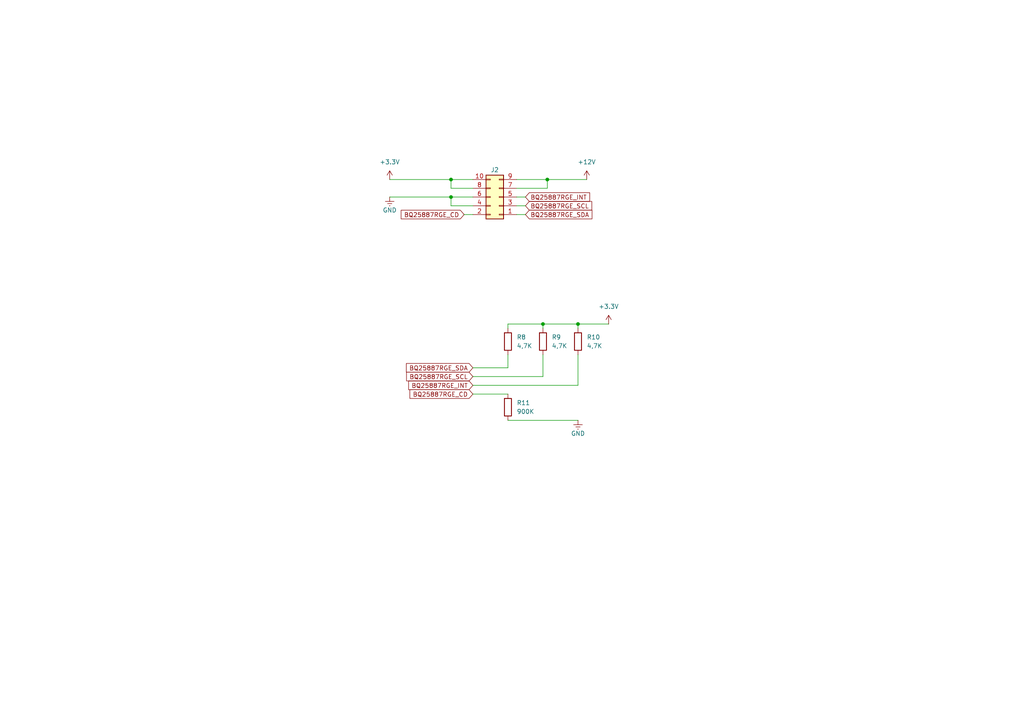
<source format=kicad_sch>
(kicad_sch (version 20250114) (generator "eeschema") (generator_version "9.0")
  (paper "A4")
  (lib_symbols
    (symbol "Connector_Generic:Conn_02x05_Odd_Even" (pin_names (offset 1.016) (hide yes))
      (property "Reference" "J" (at 1.27 7.62 0))
      (property "Value" "Conn_02x05_Odd_Even" (at 1.27 -7.62 0))
      (symbol "Conn_02x05_Odd_Even_1_1"
        (rectangle (start -1.27 6.35) (end 3.81 -6.35) (stroke (width 0.254)) (fill (type background)))
        (rectangle (start -1.27 5.207) (end 0 4.953) (stroke (width 0.1524)))
        (rectangle (start -1.27 2.667) (end 0 2.413) (stroke (width 0.1524)))
        (rectangle (start -1.27 0.127) (end 0 -0.127) (stroke (width 0.1524)))
        (rectangle (start -1.27 -2.413) (end 0 -2.667) (stroke (width 0.1524)))
        (rectangle (start -1.27 -4.953) (end 0 -5.207) (stroke (width 0.1524)))
        (rectangle (start 3.81 5.207) (end 2.54 4.953) (stroke (width 0.1524)))
        (rectangle (start 3.81 2.667) (end 2.54 2.413) (stroke (width 0.1524)))
        (rectangle (start 3.81 0.127) (end 2.54 -0.127) (stroke (width 0.1524)))
        (rectangle (start 3.81 -2.413) (end 2.54 -2.667) (stroke (width 0.1524)))
        (rectangle (start 3.81 -4.953) (end 2.54 -5.207) (stroke (width 0.1524)))
        (pin passive line (at -5.08 5.08 0) (length 3.81) (name "Pin_1") (number "1"))
        (pin passive line (at -5.08 2.54 0) (length 3.81) (name "Pin_3") (number "3"))
        (pin passive line (at -5.08 0 0) (length 3.81) (name "Pin_5") (number "5"))
        (pin passive line (at -5.08 -2.54 0) (length 3.81) (name "Pin_7") (number "7"))
        (pin passive line (at -5.08 -5.08 0) (length 3.81) (name "Pin_9") (number "9"))
        (pin passive line (at 7.62 5.08 180) (length 3.81) (name "Pin_2") (number "2"))
        (pin passive line (at 7.62 2.54 180) (length 3.81) (name "Pin_4") (number "4"))
        (pin passive line (at 7.62 0 180) (length 3.81) (name "Pin_6") (number "6"))
        (pin passive line (at 7.62 -2.54 180) (length 3.81) (name "Pin_8") (number "8"))
        (pin passive line (at 7.62 -5.08 180) (length 3.81) (name "Pin_10") (number "10"))
      )
    )
    (symbol "Device:R" (pin_numbers (hide yes)) (pin_names (offset 0))
      (property "Reference" "R" (at 2.032 0 90))
      (property "Value" "R" (at 0 0 90))
      (symbol "R_0_1"
        (rectangle (start -1.016 -2.54) (end 1.016 2.54) (stroke (width 0.254)))
      )
      (symbol "R_1_1"
        (pin passive line (at 0 3.81 270) (length 1.27) (name "~") (number "1"))
        (pin passive line (at 0 -3.81 90) (length 1.27) (name "~") (number "2"))
      )
    )
    (symbol "power:+12V" (power) (pin_numbers (hide yes)) (pin_names (offset 0) (hide yes))
      (property "Value" "+12V" (at 0 3.556 0))
      (symbol "+12V_0_1"
        (polyline (pts (xy -0.762 1.27) (xy 0 2.54)))
        (polyline (pts (xy 0 2.54) (xy 0.762 1.27)))
        (polyline (pts (xy 0 0) (xy 0 2.54)))
      )
      (symbol "+12V_1_1"
        (pin power_in line (at 0 0 90) (length 0) (name "~") (number "1"))
      )
    )
    (symbol "power:+3.3V" (power) (pin_numbers (hide yes)) (pin_names (offset 0) (hide yes))
      (property "Value" "+3.3V" (at 0 3.556 0))
      (symbol "+3.3V_0_1"
        (polyline (pts (xy -0.762 1.27) (xy 0 2.54)))
        (polyline (pts (xy 0 2.54) (xy 0.762 1.27)))
        (polyline (pts (xy 0 0) (xy 0 2.54)))
      )
      (symbol "+3.3V_1_1"
        (pin power_in line (at 0 0 90) (length 0) (name "~") (number "1"))
      )
    )
    (symbol "power:Earth" (power) (pin_numbers (hide yes)) (pin_names (offset 0) (hide yes))
      (property "Value" "Earth" (at 0 -3.81 0))
      (symbol "Earth_0_1"
        (polyline (pts (xy -0.635 -1.905) (xy 0.635 -1.905)))
        (polyline (pts (xy -0.127 -2.54) (xy 0.127 -2.54)))
        (polyline (pts (xy 0 -1.27) (xy 0 0)))
        (polyline (pts (xy 1.27 -1.27) (xy -1.27 -1.27)))
      )
      (symbol "Earth_1_1"
        (pin power_in line (at 0 0 270) (length 0) (name "~") (number "1"))
      )
    )
  )
  (junction (at 167.64 93.98))
  (junction (at 130.81 57.15))
  (junction (at 130.81 52.07))
  (junction (at 158.75 52.07))
  (junction (at 157.48 93.98))
  (wire (pts (xy 137.16 54.61) (xy 130.81 54.61)))
  (wire (pts (xy 113.03 52.07) (xy 130.81 52.07)))
  (wire (pts (xy 149.86 54.61) (xy 158.75 54.61)))
  (wire (pts (xy 167.64 93.98) (xy 176.53 93.98)))
  (wire (pts (xy 157.48 93.98) (xy 157.48 95.25)))
  (wire (pts (xy 130.81 54.61) (xy 130.81 52.07)))
  (wire (pts (xy 147.32 121.92) (xy 167.64 121.92)))
  (wire (pts (xy 147.32 106.68) (xy 147.32 102.87)))
  (wire (pts (xy 158.75 52.07) (xy 170.18 52.07)))
  (wire (pts (xy 158.75 54.61) (xy 158.75 52.07)))
  (wire (pts (xy 130.81 52.07) (xy 137.16 52.07)))
  (wire (pts (xy 149.86 59.69) (xy 152.4 59.69)))
  (wire (pts (xy 149.86 52.07) (xy 158.75 52.07)))
  (wire (pts (xy 137.16 114.3) (xy 147.32 114.3)))
  (wire (pts (xy 157.48 93.98) (xy 167.64 93.98)))
  (wire (pts (xy 130.81 59.69) (xy 130.81 57.15)))
  (wire (pts (xy 137.16 106.68) (xy 147.32 106.68)))
  (wire (pts (xy 137.16 109.22) (xy 157.48 109.22)))
  (wire (pts (xy 137.16 59.69) (xy 130.81 59.69)))
  (wire (pts (xy 147.32 93.98) (xy 157.48 93.98)))
  (wire (pts (xy 137.16 111.76) (xy 167.64 111.76)))
  (wire (pts (xy 149.86 57.15) (xy 152.4 57.15)))
  (wire (pts (xy 167.64 93.98) (xy 167.64 95.25)))
  (wire (pts (xy 134.62 62.23) (xy 137.16 62.23)))
  (wire (pts (xy 147.32 95.25) (xy 147.32 93.98)))
  (wire (pts (xy 113.03 57.15) (xy 130.81 57.15)))
  (wire (pts (xy 167.64 111.76) (xy 167.64 102.87)))
  (wire (pts (xy 137.16 57.15) (xy 130.81 57.15)))
  (wire (pts (xy 149.86 62.23) (xy 152.4 62.23)))
  (wire (pts (xy 157.48 109.22) (xy 157.48 102.87)))
  (global_label "BQ25887RGE_CD" (shape input) (at 137.16 114.3 180) (property "Intersheetrefs" "${INTERSHEET_REFS}" (effects (hide yes))))
  (global_label "BQ25887RGE_SDA" (shape input) (at 152.4 62.23 0) (property "Intersheetrefs" "${INTERSHEET_REFS}" (effects (hide yes))))
  (global_label "BQ25887RGE_CD" (shape input) (at 134.62 62.23 180) (property "Intersheetrefs" "${INTERSHEET_REFS}" (effects (hide yes))))
  (global_label "BQ25887RGE_SDA" (shape input) (at 137.16 106.68 180) (property "Intersheetrefs" "${INTERSHEET_REFS}" (effects (hide yes))))
  (global_label "BQ25887RGE_INT" (shape input) (at 152.4 57.15 0) (property "Intersheetrefs" "${INTERSHEET_REFS}" (effects (hide yes))))
  (global_label "BQ25887RGE_INT" (shape input) (at 137.16 111.76 180) (property "Intersheetrefs" "${INTERSHEET_REFS}" (effects (hide yes))))
  (global_label "BQ25887RGE_SCL" (shape input) (at 152.4 59.69 0) (property "Intersheetrefs" "${INTERSHEET_REFS}" (effects (hide yes))))
  (global_label "BQ25887RGE_SCL" (shape input) (at 137.16 109.22 180) (property "Intersheetrefs" "${INTERSHEET_REFS}" (effects (hide yes))))
  (symbol (lib_id "Device:R") (at 157.48 99.06 0) (unit 1)
    (property "Reference" "R9" (at 160.02 97.7899 0) (effects (justify left)))
    (property "Value" "4,7K" (at 160.02 100.3299 0) (effects (justify left)))
    (property "Footprint" "Resistor_SMD:R_0805_2012Metric_Pad1.20x1.40mm_HandSolder" (effects (hide yes)))
    (property "Description" "Resistor" (effects (hide yes)))
  )
  (symbol (lib_id "power:+3.3V") (at 176.53 93.98 0) (unit 1)
    (property "Reference" "#PWR037" (effects (hide yes)))
    (property "Value" "+3.3V" (at 176.53 88.9 0))
    (property "Description" "Power symbol creates a global label with name \"+3.3V\"" (effects (hide yes)))
  )
  (symbol (lib_id "power:+3.3V") (at 113.03 52.07 0) (unit 1)
    (property "Reference" "#PWR034" (effects (hide yes)))
    (property "Value" "+3.3V" (at 113.03 46.99 0))
    (property "Description" "Power symbol creates a global label with name \"+3.3V\"" (effects (hide yes)))
  )
  (symbol (lib_id "power:+12V") (at 170.18 52.07 0) (unit 1)
    (property "Reference" "#PWR036" (effects (hide yes)))
    (property "Value" "+12V" (at 170.18 46.99 0))
    (property "Description" "Power symbol creates a global label with name \"+12V\"" (effects (hide yes)))
  )
  (symbol (lib_id "Connector_Generic:Conn_02x05_Odd_Even") (at 144.78 57.15 180) (unit 1)
    (property "Reference" "J2" (at 143.51 49.276 0))
    (property "Value" "Conn_02x05_Odd_Even" (effects (hide yes)))
    (property "Footprint" "Connector_JST:JST_PHD_B10B-PHDSS_2x05_P2.00mm_Vertical" (effects (hide yes)))
    (property "Description" "Generic connector, double row, 02x05, odd/even pin numbering scheme (row 1 odd numbers, row 2 even numbers), script generated (kicad-library-utils/schlib/autogen/connector/)" (effects (hide yes)))
  )
  (symbol (lib_id "Device:R") (at 147.32 118.11 0) (unit 1)
    (property "Reference" "R11" (at 149.86 116.8399 0) (effects (justify left)))
    (property "Value" "900K" (at 149.86 119.3799 0) (effects (justify left)))
    (property "Footprint" "Resistor_SMD:R_0805_2012Metric_Pad1.20x1.40mm_HandSolder" (effects (hide yes)))
    (property "Description" "Resistor" (effects (hide yes)))
  )
  (symbol (lib_id "Device:R") (at 147.32 99.06 0) (unit 1)
    (property "Reference" "R8" (at 149.86 97.7899 0) (effects (justify left)))
    (property "Value" "4,7K" (at 149.86 100.3299 0) (effects (justify left)))
    (property "Footprint" "Resistor_SMD:R_0805_2012Metric_Pad1.20x1.40mm_HandSolder" (effects (hide yes)))
    (property "Description" "Resistor" (effects (hide yes)))
  )
  (symbol (lib_id "power:Earth") (at 167.64 121.92 0) (unit 1)
    (property "Reference" "#PWR038" (effects (hide yes)))
    (property "Value" "GND" (at 167.64 125.73 0))
    (property "Description" "Power symbol creates a global label with name \"Earth\"" (effects (hide yes)))
  )
  (symbol (lib_id "Device:R") (at 167.64 99.06 0) (unit 1)
    (property "Reference" "R10" (at 170.18 97.7899 0) (effects (justify left)))
    (property "Value" "4,7K" (at 170.18 100.3299 0) (effects (justify left)))
    (property "Footprint" "Resistor_SMD:R_0805_2012Metric_Pad1.20x1.40mm_HandSolder" (effects (hide yes)))
    (property "Description" "Resistor" (effects (hide yes)))
  )
  (symbol (lib_id "power:Earth") (at 113.03 57.15 0) (unit 1)
    (property "Reference" "#PWR035" (effects (hide yes)))
    (property "Value" "GND" (at 113.03 60.96 0))
    (property "Description" "Power symbol creates a global label with name \"Earth\"" (effects (hide yes)))
  )
)
</source>
